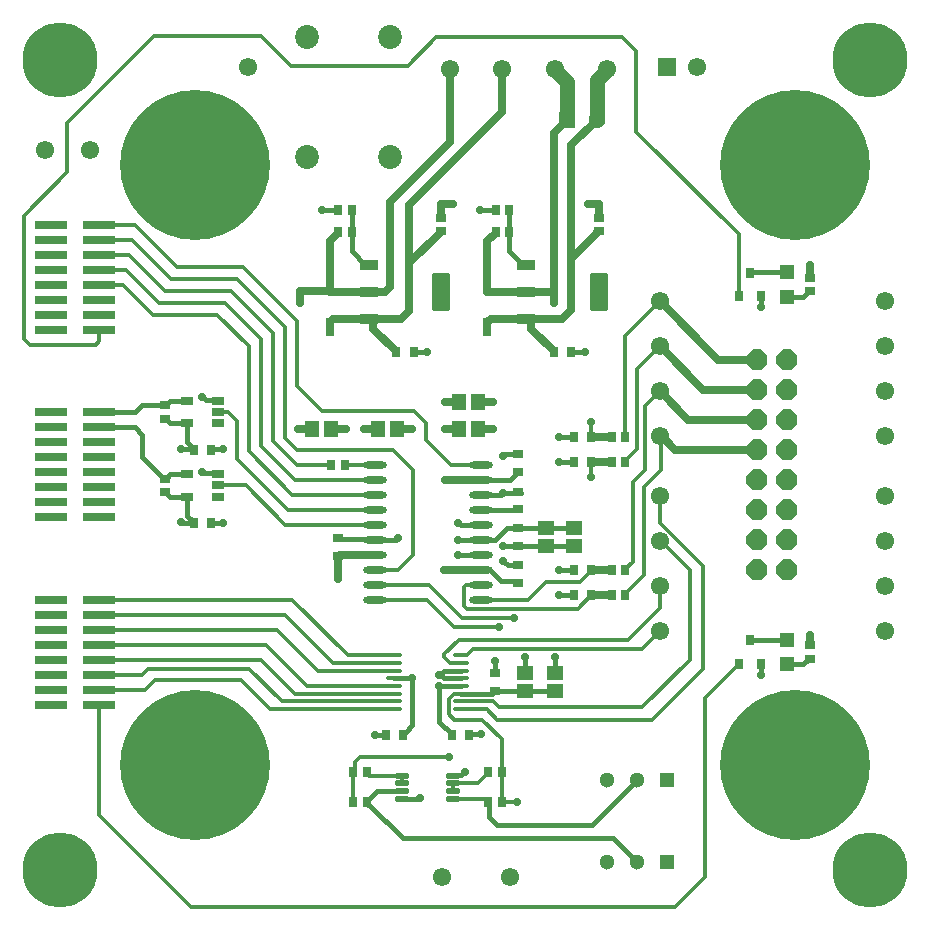
<source format=gtl>
G04*
G04 #@! TF.GenerationSoftware,Altium Limited,Altium Designer,21.6.1 (37)*
G04*
G04 Layer_Physical_Order=1*
G04 Layer_Color=255*
%FSLAX25Y25*%
%MOIN*%
G70*
G04*
G04 #@! TF.SameCoordinates,74F22BCE-0206-479F-BCF0-E4D5E1675BD9*
G04*
G04*
G04 #@! TF.FilePolarity,Positive*
G04*
G01*
G75*
%ADD13C,0.01200*%
%ADD16R,0.03347X0.02756*%
%ADD17O,0.07874X0.02362*%
%ADD18R,0.05118X0.05709*%
%ADD19R,0.10984X0.02913*%
%ADD20R,0.03150X0.03543*%
%ADD21R,0.02756X0.03347*%
%ADD22O,0.05512X0.01378*%
%ADD23R,0.03543X0.03150*%
%ADD24R,0.05709X0.05118*%
G04:AMPARAMS|DCode=25|XSize=124.02mil|YSize=57.09mil|CornerRadius=2mil|HoleSize=0mil|Usage=FLASHONLY|Rotation=90.000|XOffset=0mil|YOffset=0mil|HoleType=Round|Shape=RoundedRectangle|*
%AMROUNDEDRECTD25*
21,1,0.12402,0.05309,0,0,90.0*
21,1,0.12002,0.05709,0,0,90.0*
1,1,0.00400,0.02655,0.06001*
1,1,0.00400,0.02655,-0.06001*
1,1,0.00400,-0.02655,-0.06001*
1,1,0.00400,-0.02655,0.06001*
%
%ADD25ROUNDEDRECTD25*%
G04:AMPARAMS|DCode=26|XSize=35.43mil|YSize=57.09mil|CornerRadius=1.95mil|HoleSize=0mil|Usage=FLASHONLY|Rotation=90.000|XOffset=0mil|YOffset=0mil|HoleType=Round|Shape=RoundedRectangle|*
%AMROUNDEDRECTD26*
21,1,0.03543,0.05319,0,0,90.0*
21,1,0.03154,0.05709,0,0,90.0*
1,1,0.00390,0.02659,0.01577*
1,1,0.00390,0.02659,-0.01577*
1,1,0.00390,-0.02659,-0.01577*
1,1,0.00390,-0.02659,0.01577*
%
%ADD26ROUNDEDRECTD26*%
G04:AMPARAMS|DCode=27|XSize=61.32mil|YSize=29.23mil|CornerRadius=14.62mil|HoleSize=0mil|Usage=FLASHONLY|Rotation=90.000|XOffset=0mil|YOffset=0mil|HoleType=Round|Shape=RoundedRectangle|*
%AMROUNDEDRECTD27*
21,1,0.06132,0.00000,0,0,90.0*
21,1,0.03209,0.02923,0,0,90.0*
1,1,0.02923,0.00000,0.01604*
1,1,0.02923,0.00000,-0.01604*
1,1,0.02923,0.00000,-0.01604*
1,1,0.02923,0.00000,0.01604*
%
%ADD27ROUNDEDRECTD27*%
%ADD28R,0.02923X0.06132*%
%ADD29R,0.03150X0.03543*%
%ADD30R,0.04724X0.04724*%
G04:AMPARAMS|DCode=31|XSize=17.72mil|YSize=45.28mil|CornerRadius=1.95mil|HoleSize=0mil|Usage=FLASHONLY|Rotation=90.000|XOffset=0mil|YOffset=0mil|HoleType=Round|Shape=RoundedRectangle|*
%AMROUNDEDRECTD31*
21,1,0.01772,0.04138,0,0,90.0*
21,1,0.01382,0.04528,0,0,90.0*
1,1,0.00390,0.02069,0.00691*
1,1,0.00390,0.02069,-0.00691*
1,1,0.00390,-0.02069,-0.00691*
1,1,0.00390,-0.02069,0.00691*
%
%ADD31ROUNDEDRECTD31*%
G04:AMPARAMS|DCode=32|XSize=43.31mil|YSize=23.62mil|CornerRadius=2.01mil|HoleSize=0mil|Usage=FLASHONLY|Rotation=180.000|XOffset=0mil|YOffset=0mil|HoleType=Round|Shape=RoundedRectangle|*
%AMROUNDEDRECTD32*
21,1,0.04331,0.01961,0,0,180.0*
21,1,0.03929,0.02362,0,0,180.0*
1,1,0.00402,-0.01965,0.00980*
1,1,0.00402,0.01965,0.00980*
1,1,0.00402,0.01965,-0.00980*
1,1,0.00402,-0.01965,-0.00980*
%
%ADD32ROUNDEDRECTD32*%
%ADD50C,0.07956*%
%ADD53C,0.02500*%
%ADD54C,0.01600*%
%ADD55C,0.05000*%
%ADD56C,0.06102*%
%ADD57R,0.05512X0.05512*%
%ADD58C,0.05512*%
%ADD59R,0.06102X0.06102*%
%ADD60C,0.05118*%
%ADD61R,0.05118X0.05118*%
%ADD62C,0.50000*%
%ADD63C,0.25000*%
%ADD64P,0.07577X8X22.5*%
%ADD65C,0.02800*%
D13*
X262500Y137500D02*
X267500D01*
X262264D02*
X262500D01*
X262264Y137736D02*
Y158362D01*
Y137736D02*
X262500Y137500D01*
X320000Y102500D02*
X330000Y112500D01*
X128012Y133327D02*
X158839Y102500D01*
X320000D01*
X292098Y259102D02*
Y264102D01*
X292098Y245843D02*
Y250815D01*
X303457Y292957D02*
X315000Y304500D01*
X303457Y259102D02*
Y292957D01*
X307500Y282000D02*
X315000Y289500D01*
X307500Y255154D02*
Y282000D01*
X303457Y250815D02*
Y251110D01*
X307500Y255154D01*
X310067Y248256D02*
Y269567D01*
X315000Y274500D01*
X306000Y244189D02*
X310067Y248256D01*
X303457Y215126D02*
X306000Y217669D01*
X303457Y214831D02*
Y215126D01*
X306000Y217669D02*
Y244189D01*
X309794Y242628D02*
X315481Y248315D01*
Y259019D01*
X315000Y259500D02*
X315481Y259019D01*
X309794Y213234D02*
Y242628D01*
X303457Y206897D02*
X309794Y213234D01*
X303457Y206602D02*
Y206897D01*
X249035Y199000D02*
X266467D01*
X247957Y191500D02*
X304449D01*
X315000Y202051D02*
Y209500D01*
X304449Y191500D02*
X315000Y202051D01*
X287693Y202000D02*
X292098Y206405D01*
Y206602D01*
X250590Y202000D02*
X287693D01*
X249658Y209297D02*
X250361Y210000D01*
X249658Y202933D02*
X250590Y202000D01*
X250361Y210000D02*
X255484D01*
X249658Y202933D02*
Y209297D01*
X237268Y205000D02*
X246268Y196000D01*
X261232D01*
X238035Y210000D02*
X249035Y199000D01*
X288300Y210835D02*
X292098Y214634D01*
Y214831D01*
X276871Y210835D02*
X288300D01*
X271036Y205000D02*
X276871Y210835D01*
X255484Y205000D02*
X271036D01*
X103000Y333000D02*
X117500Y347500D01*
Y364000D02*
X146500Y393000D01*
X117500Y347500D02*
Y364000D01*
X103000Y292000D02*
Y333000D01*
Y292000D02*
X105000Y290000D01*
X127000D01*
X128012Y291012D01*
Y295000D01*
X176000Y316000D02*
X194000Y298000D01*
Y276268D02*
Y298000D01*
Y276268D02*
X202268Y268000D01*
X233000D01*
X237000Y264000D01*
Y258268D02*
Y264000D01*
Y258268D02*
X245268Y250000D01*
X191000Y235000D02*
X220051D01*
X174000Y252000D02*
Y264500D01*
Y252000D02*
X191000Y235000D01*
X174000Y312000D02*
X190000Y296000D01*
Y259000D02*
Y296000D01*
Y259000D02*
X194000Y255000D01*
X226000D01*
X186000Y258000D02*
Y294000D01*
X172000Y308000D02*
X186000Y294000D01*
Y258000D02*
X194000Y250000D01*
X182000Y256228D02*
X193228Y245000D01*
X170000Y304000D02*
X182000Y292000D01*
Y256228D02*
Y292000D01*
X167500Y300000D02*
X178000Y289500D01*
Y254500D02*
X192500Y240000D01*
X178000Y254500D02*
Y289500D01*
X171000Y267500D02*
X174000Y264500D01*
X167618Y267500D02*
X171000D01*
X226000Y255000D02*
X232768Y248232D01*
Y220000D02*
Y248232D01*
X215000Y152500D02*
X244568D01*
X194000Y250000D02*
X205504D01*
X193228Y245000D02*
X220051D01*
X192500Y240000D02*
X220051D01*
X167618Y243032D02*
X176969D01*
X190000Y230000D01*
X220051D01*
X341260Y306063D02*
Y326740D01*
X307000Y361000D02*
X341260Y326740D01*
X307000Y361000D02*
Y388000D01*
X302500Y392500D02*
X307000Y388000D01*
X240500Y392500D02*
X302500D01*
X231000Y383000D02*
X240500Y392500D01*
X192000Y383000D02*
X231000D01*
X182000Y393000D02*
X192000Y383000D01*
X146500Y393000D02*
X182000D01*
X128012Y133327D02*
Y170000D01*
X330000Y172106D02*
X341260Y183366D01*
Y183563D01*
X330000Y112500D02*
Y172106D01*
X309000Y188500D02*
X315000Y194500D01*
X312500Y165000D02*
X329503Y182003D01*
Y216009D01*
X309031Y169030D02*
X325000Y185000D01*
Y215000D01*
X246457Y165000D02*
X255626D01*
X262264Y158362D01*
X260806Y165000D02*
X312500D01*
X257263Y168543D02*
X260806Y165000D01*
X248524Y168543D02*
X257263D01*
X248524Y171102D02*
X259311D01*
X261383Y169030D02*
X309031D01*
X259311Y171102D02*
X261383Y169030D01*
X213473Y148237D02*
Y150973D01*
X212736Y147500D02*
X213473Y148237D01*
Y150973D02*
X215000Y152500D01*
X128012Y205000D02*
X192500D01*
X128012Y200000D02*
X190000D01*
X128012Y195000D02*
X187500D01*
X128012Y190000D02*
X183721D01*
X128012Y185000D02*
X182000D01*
X144322Y182000D02*
X178000D01*
X188898Y171102D01*
X146657Y178200D02*
X175300D01*
X184957Y168543D01*
X190000Y200000D02*
X206102Y183898D01*
X182000Y185000D02*
X193339Y173661D01*
X206102Y183898D02*
X226476D01*
X211043Y186457D02*
X226476D01*
X187500Y195000D02*
X201161Y181339D01*
X197500Y176221D02*
X226476D01*
X184957Y168543D02*
X226476D01*
X193339Y173661D02*
X226476D01*
X188898Y171102D02*
X226476D01*
X183721Y190000D02*
X197500Y176221D01*
X192500Y205000D02*
X211043Y186457D01*
X201161Y181339D02*
X226476D01*
X243132Y185681D02*
Y186675D01*
X250649Y186515D02*
X252634Y188500D01*
X243132Y186675D02*
X247957Y191500D01*
X248490Y183932D02*
X248524Y183898D01*
X243132Y185681D02*
X244881Y183932D01*
X248490D01*
X248582Y186515D02*
X250649D01*
X248524Y186457D02*
X248582Y186515D01*
X245739Y172991D02*
X246409Y173661D01*
X245674Y172991D02*
X245739D01*
X244568Y171885D02*
X245674Y172991D01*
X244568Y166889D02*
Y171885D01*
Y166889D02*
X246457Y165000D01*
X246409Y173661D02*
X248524D01*
X252634Y188500D02*
X309000D01*
X313673Y194500D02*
X315000D01*
X220051Y205000D02*
X237268D01*
X220051Y210000D02*
X238035D01*
X142322Y180000D02*
X144322Y182000D01*
X315000Y230512D02*
X329503Y216009D01*
X315000Y230512D02*
Y239500D01*
X315500Y224500D02*
X325000Y215000D01*
X315000Y224500D02*
X315500D01*
X245268Y250000D02*
X255484D01*
X227768Y215000D02*
X232768Y220000D01*
X210032Y250000D02*
X220051D01*
Y215000D02*
X227768D01*
X128012Y330000D02*
X140000D01*
X128012Y325000D02*
X139000D01*
X154000Y316000D02*
X176000D01*
X152000Y312000D02*
X174000D01*
X150000Y308000D02*
X172000D01*
X148000Y304000D02*
X170000D01*
X146000Y300000D02*
X167500D01*
X128012Y310000D02*
X136000D01*
X146000Y300000D01*
X138000Y320000D02*
X150000Y308000D01*
X137000Y315000D02*
X148000Y304000D01*
X128012Y320000D02*
X138000D01*
X128012Y315000D02*
X137000D01*
X140000Y330000D02*
X154000Y316000D01*
X139000Y325000D02*
X152000Y312000D01*
X128012Y180000D02*
X142322D01*
X143457Y175000D02*
X146657Y178200D01*
X128012Y175000D02*
X143457D01*
X256870Y138661D02*
X257736Y137795D01*
X245866Y138661D02*
X256870D01*
X245866Y143780D02*
X254311D01*
X257736Y147205D01*
Y147500D01*
X212736Y137500D02*
Y147500D01*
X218130Y146339D02*
X229134D01*
X217264Y147205D02*
X218130Y146339D01*
X217264Y147205D02*
Y147500D01*
X245866Y141220D02*
Y143780D01*
X229134D02*
Y146339D01*
D16*
X294606Y332264D02*
D03*
Y327736D02*
D03*
X365000Y185236D02*
D03*
Y189764D02*
D03*
Y307736D02*
D03*
Y312264D02*
D03*
X150000Y245295D02*
D03*
Y240768D02*
D03*
Y269764D02*
D03*
Y265236D02*
D03*
X242106Y332264D02*
D03*
Y327736D02*
D03*
D17*
X255484Y205000D02*
D03*
Y210000D02*
D03*
Y215000D02*
D03*
Y220000D02*
D03*
Y225000D02*
D03*
Y230000D02*
D03*
Y235000D02*
D03*
Y240000D02*
D03*
Y245000D02*
D03*
Y250000D02*
D03*
X220051Y205000D02*
D03*
Y210000D02*
D03*
Y215000D02*
D03*
Y220000D02*
D03*
Y225000D02*
D03*
Y230000D02*
D03*
Y235000D02*
D03*
Y240000D02*
D03*
Y245000D02*
D03*
Y250000D02*
D03*
D18*
X199118Y262000D02*
D03*
X205417D02*
D03*
X254417Y271000D02*
D03*
X248118D02*
D03*
X254417Y262000D02*
D03*
X248118D02*
D03*
X221118D02*
D03*
X227417D02*
D03*
D19*
X128012Y295000D02*
D03*
X111988D02*
D03*
X128012Y300000D02*
D03*
X111988D02*
D03*
X128012Y305000D02*
D03*
X111988D02*
D03*
X128012Y310000D02*
D03*
X111988D02*
D03*
X128012Y315000D02*
D03*
X111988D02*
D03*
X128012Y320000D02*
D03*
X111988D02*
D03*
X128012Y325000D02*
D03*
X111988D02*
D03*
X128012Y330000D02*
D03*
X111988D02*
D03*
X128012Y232500D02*
D03*
X111988D02*
D03*
X128012Y237500D02*
D03*
X111988D02*
D03*
X128012Y242500D02*
D03*
X111988D02*
D03*
X128012Y247500D02*
D03*
X111988D02*
D03*
X128012Y252500D02*
D03*
X111988D02*
D03*
X128012Y257500D02*
D03*
X111988D02*
D03*
X128012Y262500D02*
D03*
X111988D02*
D03*
X128012Y267500D02*
D03*
X111988D02*
D03*
X128012Y170000D02*
D03*
X111988D02*
D03*
X128012Y175000D02*
D03*
X111988D02*
D03*
X128012Y180000D02*
D03*
X111988D02*
D03*
X128012Y185000D02*
D03*
X111988D02*
D03*
X128012Y190000D02*
D03*
X111988D02*
D03*
X128012Y195000D02*
D03*
X111988D02*
D03*
X128012Y200000D02*
D03*
X111988D02*
D03*
X128012Y205000D02*
D03*
X111988D02*
D03*
D20*
X286193Y259102D02*
D03*
X292098D02*
D03*
X286193Y250815D02*
D03*
X292098D02*
D03*
X251476Y160000D02*
D03*
X245571D02*
D03*
X223524D02*
D03*
X229429D02*
D03*
X232953Y287500D02*
D03*
X227047D02*
D03*
X285453D02*
D03*
X279547D02*
D03*
X286193Y214831D02*
D03*
X292098D02*
D03*
X286193Y206602D02*
D03*
X292098D02*
D03*
X165453Y255000D02*
D03*
X159547D02*
D03*
X165453Y230532D02*
D03*
X159547D02*
D03*
D21*
X298929Y259102D02*
D03*
X303457D02*
D03*
X298929Y250815D02*
D03*
X303457D02*
D03*
X260236Y335000D02*
D03*
X264764D02*
D03*
Y327500D02*
D03*
X260236D02*
D03*
X205504Y250000D02*
D03*
X210032D02*
D03*
X298929Y206602D02*
D03*
X303457D02*
D03*
X298929Y214831D02*
D03*
X303457D02*
D03*
X212736Y137500D02*
D03*
X217264D02*
D03*
X212736Y147500D02*
D03*
X217264D02*
D03*
X262264Y137500D02*
D03*
X257736D02*
D03*
X262264Y147500D02*
D03*
X257736D02*
D03*
X207736Y335000D02*
D03*
X212264D02*
D03*
Y327500D02*
D03*
X207736D02*
D03*
D22*
X248524Y168543D02*
D03*
Y171102D02*
D03*
Y173661D02*
D03*
Y176221D02*
D03*
Y178779D02*
D03*
Y181339D02*
D03*
Y183898D02*
D03*
Y186457D02*
D03*
X226476Y168543D02*
D03*
Y171102D02*
D03*
Y173661D02*
D03*
Y176221D02*
D03*
Y178779D02*
D03*
Y181339D02*
D03*
Y183898D02*
D03*
Y186457D02*
D03*
D23*
X260000Y180453D02*
D03*
Y174547D02*
D03*
X207768Y225453D02*
D03*
Y219547D02*
D03*
X267768Y240953D02*
D03*
Y235047D02*
D03*
Y253453D02*
D03*
Y247547D02*
D03*
Y223000D02*
D03*
Y228906D02*
D03*
Y216406D02*
D03*
Y210500D02*
D03*
D24*
X280000Y180650D02*
D03*
Y174350D02*
D03*
X270000Y180650D02*
D03*
Y174350D02*
D03*
X286193Y222686D02*
D03*
Y228985D02*
D03*
X277186Y222686D02*
D03*
Y228985D02*
D03*
D25*
X294606Y307500D02*
D03*
X242106D02*
D03*
D26*
X270394Y298445D02*
D03*
Y307500D02*
D03*
Y316555D02*
D03*
X217894Y298445D02*
D03*
Y307500D02*
D03*
Y316555D02*
D03*
D27*
X257500Y309194D02*
D03*
X205000D02*
D03*
D28*
X257500Y295806D02*
D03*
X205000D02*
D03*
D29*
X345000Y191437D02*
D03*
X348740Y183563D02*
D03*
X341260D02*
D03*
X345000Y313937D02*
D03*
X348740Y306063D02*
D03*
X341260D02*
D03*
D30*
X357500Y183366D02*
D03*
Y191634D02*
D03*
Y305866D02*
D03*
Y314134D02*
D03*
D31*
X229134Y146339D02*
D03*
Y143780D02*
D03*
Y141220D02*
D03*
Y138661D02*
D03*
X245866Y146339D02*
D03*
Y143780D02*
D03*
Y141220D02*
D03*
Y138661D02*
D03*
D32*
X157382Y263760D02*
D03*
Y271240D02*
D03*
X167618D02*
D03*
Y267500D02*
D03*
Y263760D02*
D03*
X157382Y239291D02*
D03*
Y246772D02*
D03*
X167618D02*
D03*
Y243032D02*
D03*
Y239291D02*
D03*
D50*
X197500Y352500D02*
D03*
Y392500D02*
D03*
X225000D02*
D03*
Y352500D02*
D03*
D53*
X243000Y215000D02*
X247768D01*
X255484D01*
X243268Y245000D02*
X247768D01*
X207768Y212000D02*
Y215835D01*
X291000Y337000D02*
X294606D01*
X242106D02*
X246000D01*
X195000Y304000D02*
Y307704D01*
X279547Y304000D02*
Y307500D01*
X205417Y262000D02*
X210268D01*
X194268D02*
X199118D01*
X292098Y259102D02*
X298929D01*
X292098Y250815D02*
X298929D01*
X231378Y336378D02*
X262500Y367500D01*
Y381949D01*
X231378Y317008D02*
Y336378D01*
X245000Y357500D02*
Y381949D01*
X225000Y309194D02*
Y337500D01*
X245000Y357500D01*
X285453Y318583D02*
Y356453D01*
X294000Y365000D01*
X279547Y307500D02*
Y360547D01*
X284000Y365000D01*
X270394Y307500D02*
X279547D01*
X271998Y295246D02*
X279547Y287697D01*
X270394Y298445D02*
X271476D01*
X282399D02*
X285453Y301499D01*
X271476Y298445D02*
X282399D01*
X271998Y295246D02*
Y297923D01*
X258535Y298445D02*
X270394D01*
X195057Y307762D02*
X204943D01*
X205000Y307704D01*
X195000D02*
X195057Y307762D01*
X217894Y307500D02*
X223306D01*
X225000Y309194D01*
X257500Y297410D02*
X258535Y298445D01*
X218976D02*
X228524D01*
X217894D02*
X218976D01*
X241683Y327608D02*
X241811Y327736D01*
X231378Y317008D02*
X241683Y327313D01*
X241811Y327736D02*
X242106D01*
X241683Y327313D02*
Y327608D01*
X231378Y301299D02*
Y317008D01*
X228524Y298445D02*
X231378Y301299D01*
X294183Y327608D02*
X294311Y327736D01*
X285453Y318583D02*
X294183Y327313D01*
X294311Y327736D02*
X294606D01*
X294183Y327313D02*
Y327608D01*
X285453Y301499D02*
Y318583D01*
X294606Y332264D02*
Y337000D01*
X242106Y332264D02*
Y337000D01*
X247768Y245000D02*
X255484D01*
X207768Y215835D02*
Y219547D01*
X365000Y312264D02*
Y316496D01*
Y189764D02*
Y193209D01*
X254417Y262000D02*
X259268D01*
X243268D02*
X248118D01*
X227417D02*
X232268D01*
X216268D02*
X221118D01*
X254417Y271000D02*
X259268D01*
X243268D02*
X248118D01*
X271476Y298445D02*
X271998Y297923D01*
X279547Y287500D02*
Y287697D01*
X219498Y295246D02*
Y297923D01*
X227047Y287500D02*
Y287697D01*
X219498Y295246D02*
X227047Y287697D01*
X218976Y298445D02*
X219498Y297923D01*
X257500Y324468D02*
X260236Y327205D01*
X257500Y309194D02*
Y324468D01*
X260236Y327205D02*
Y327500D01*
X257500Y295806D02*
Y297410D01*
Y307704D02*
X257704Y307500D01*
X270394D01*
X257500Y307704D02*
Y309194D01*
X292098Y206602D02*
X298929D01*
X292098Y214831D02*
X298929D01*
X207965Y219547D02*
X208417Y220000D01*
X207768Y219547D02*
X207965D01*
X208417Y220000D02*
X220051D01*
X205000Y324468D02*
X207736Y327205D01*
Y327500D01*
X205000Y309194D02*
Y324468D01*
X315000Y304500D02*
X334500Y285000D01*
X347500D01*
X329500Y275000D02*
X347500D01*
X315000Y289500D02*
X329500Y275000D01*
X324500Y265000D02*
X347500D01*
X315000Y274500D02*
X324500Y265000D01*
X315618Y259500D02*
X320118Y255000D01*
X347500D01*
X315000Y259500D02*
X315618D01*
X205000Y297410D02*
X206035Y298445D01*
X205000Y295806D02*
Y297410D01*
X206035Y298445D02*
X217894D01*
X205000Y307704D02*
X205205Y307500D01*
X205000Y307704D02*
Y309194D01*
X205205Y307500D02*
X217894D01*
D54*
X247768Y220000D02*
X255484D01*
X281193Y250815D02*
X286193D01*
X281193Y259102D02*
X286193D01*
X264764Y321102D02*
X269311Y316555D01*
X264764Y321102D02*
Y327500D01*
X269311Y316555D02*
X270394D01*
X264764Y327500D02*
Y335000D01*
X212264Y321102D02*
X216811Y316555D01*
X212264Y321102D02*
Y327500D01*
X216811Y316555D02*
X217894D01*
X212264Y327500D02*
Y335000D01*
X229134Y138661D02*
X234337D01*
X234675Y139000D02*
X235000D01*
X234337Y138661D02*
X234675Y139000D01*
X247768Y225000D02*
X255484D01*
X241500Y180000D02*
X241825D01*
X243163Y181339D01*
X248524D01*
X270000Y180650D02*
Y185768D01*
X260000Y180453D02*
Y184385D01*
X220000Y160000D02*
X223524D01*
X245571D02*
Y160197D01*
X229429Y160000D02*
Y160197D01*
X241500Y164268D02*
Y176221D01*
Y164268D02*
X245571Y160197D01*
X230204Y160972D02*
X230401D01*
X232500Y163071D01*
X229429Y160197D02*
X230204Y160972D01*
X232500Y163071D02*
Y178779D01*
X243045D02*
X248524D01*
X241825Y180000D02*
X243045Y178779D01*
X241500Y176221D02*
X248524D01*
X226476Y178779D02*
X232500D01*
X270000Y174350D02*
X280000D01*
Y180650D02*
Y185768D01*
X260000Y174547D02*
X269803D01*
X270000Y174350D01*
X259803Y174547D02*
X260000D01*
X248524Y173661D02*
X258917D01*
X259803Y174547D01*
X255300Y160022D02*
X255322Y160044D01*
X251498Y160022D02*
X255300D01*
X251476Y160000D02*
X251498Y160022D01*
X155315Y230630D02*
X159449D01*
X159547Y230532D01*
X155217Y230728D02*
X155315Y230630D01*
X155315Y255098D02*
X159449D01*
X159547Y255000D01*
X155217Y255197D02*
X155315Y255098D01*
X232953Y287500D02*
X237500D01*
X285453D02*
X290000D01*
X255000Y335000D02*
X260236D01*
X281193Y214831D02*
X286193D01*
X267768Y223000D02*
X276871D01*
X277186Y222686D01*
X277186Y222686D01*
X286193D01*
X286193Y228985D02*
X286193Y228985D01*
X277186Y228985D02*
X286193D01*
X277106Y228906D02*
X277186Y228985D01*
X267768Y228906D02*
X277106D01*
X255484Y225000D02*
X260119D01*
X264025Y228906D02*
X267571D01*
X260119Y225000D02*
X264025Y228906D01*
X262768Y223000D02*
X267768D01*
X262721Y222953D02*
X262768Y223000D01*
X281193Y206602D02*
X286193D01*
X245866Y146339D02*
X245952Y146424D01*
X248600D02*
X249675Y147500D01*
X245952Y146424D02*
X248600D01*
X249675Y147500D02*
X250000D01*
X217264Y137205D02*
X217842Y136627D01*
X218137D02*
X229235Y125529D01*
X217264Y137205D02*
Y137500D01*
X217842Y136627D02*
X218137D01*
X229235Y125529D02*
X299471D01*
X307500Y117500D01*
X257736Y137795D02*
X258130Y137402D01*
Y132500D02*
Y137402D01*
Y132500D02*
X260630Y130000D01*
X292500D02*
X307500Y145000D01*
X260630Y130000D02*
X292500D01*
X348740Y180000D02*
Y183563D01*
Y302500D02*
Y306063D01*
X362835Y183366D02*
X364705Y185236D01*
X357500Y183366D02*
X362835D01*
X364705Y185236D02*
X365000D01*
X345098Y191535D02*
X357402D01*
X345000Y191437D02*
X345098Y191535D01*
X357402D02*
X357500Y191634D01*
X362835Y305866D02*
X364705Y307736D01*
X357500Y305866D02*
X362835D01*
X364705Y307736D02*
X365000D01*
X345098Y314035D02*
X357402D01*
X357500Y314134D01*
X345000Y313937D02*
X345098Y314035D01*
X248592Y230000D02*
X255484D01*
X247768Y230500D02*
X248092D01*
X227443Y225500D02*
X227768D01*
X226943Y225000D02*
X227443Y225500D01*
X265024Y245000D02*
X267571Y247547D01*
X267768D01*
X255485Y235001D02*
X267720D01*
X267767Y235048D01*
X255484Y245000D02*
X265024D01*
X255484Y240000D02*
X261943D01*
X262443Y240500D02*
X268836D01*
X261943Y240000D02*
X262443Y240500D01*
X261965Y211275D02*
X266993D01*
X267768Y210500D01*
X264362Y216406D02*
X267768D01*
X262768Y218000D02*
X264362Y216406D01*
X258240Y215000D02*
X261965Y211275D01*
X255484Y215000D02*
X258240D01*
X248092Y230500D02*
X248592Y230000D01*
X208075Y225146D02*
X219905D01*
X207768Y225453D02*
X208075Y225146D01*
X220051Y225000D02*
X226943D01*
X219905Y225146D02*
X220051Y225000D01*
X262768Y253000D02*
Y253453D01*
X267768D01*
X165473Y255020D02*
X169360D01*
X165453Y255000D02*
X165473Y255020D01*
X169360D02*
X169380Y255041D01*
X165453Y230532D02*
X169401D01*
X163704Y271621D02*
X167237D01*
X162825Y272500D02*
X163704Y271621D01*
X167237D02*
X167618Y271240D01*
X162500Y272500D02*
X162825D01*
Y247500D02*
X163172Y247153D01*
X167237D02*
X167618Y246772D01*
X163172Y247153D02*
X167237D01*
X162500Y247500D02*
X162825D01*
X142500Y252500D02*
X149705Y245295D01*
X150000D01*
X142500Y252500D02*
Y260000D01*
X140000Y262500D02*
X142500Y260000D01*
X128012Y262500D02*
X140000D01*
X150000Y269764D02*
X150295D01*
X142264D02*
X150000D01*
X140000Y267500D02*
X142264Y269764D01*
X128012Y267500D02*
X140000D01*
X220689Y141220D02*
X229134D01*
X217264Y137795D02*
X220689Y141220D01*
X217264Y137500D02*
Y137795D01*
X202500Y335000D02*
X207736D01*
X157382Y257362D02*
Y263760D01*
X159547Y255000D02*
Y255197D01*
X157382Y257362D02*
X159547Y255197D01*
X150295Y240768D02*
X151772Y239291D01*
X150295Y245295D02*
X151772Y246772D01*
X150000Y240768D02*
X150295D01*
X151772Y246772D02*
X157382D01*
X150000Y245295D02*
X150295D01*
X157382Y232894D02*
Y239291D01*
X151772D02*
X157382D01*
Y232894D02*
X159547Y230728D01*
Y230532D02*
Y230728D01*
X150000Y265236D02*
X150295D01*
Y269764D02*
X151772Y271240D01*
Y263760D02*
X157382D01*
X150295Y265236D02*
X151772Y263760D01*
Y271240D02*
X157382D01*
D55*
X294000Y378151D02*
X297500Y381650D01*
X294000Y365000D02*
Y378151D01*
X297500Y381650D02*
Y381949D01*
X280000Y381650D02*
X284000Y377650D01*
Y365000D02*
Y377650D01*
X280000Y381650D02*
Y381949D01*
D56*
X265000Y112500D02*
D03*
X242500D02*
D03*
X125000Y355000D02*
D03*
X110000D02*
D03*
X280000Y381949D02*
D03*
X262500D02*
D03*
X245000D02*
D03*
X327500Y382500D02*
D03*
X297500Y381949D02*
D03*
X177678Y382500D02*
D03*
X315000Y259500D02*
D03*
Y274500D02*
D03*
Y289500D02*
D03*
Y304500D02*
D03*
X390000D02*
D03*
Y289500D02*
D03*
Y274500D02*
D03*
Y259500D02*
D03*
Y194500D02*
D03*
Y209500D02*
D03*
Y224500D02*
D03*
Y239500D02*
D03*
X315000Y194500D02*
D03*
Y209500D02*
D03*
Y224500D02*
D03*
Y239500D02*
D03*
D57*
X284000Y365000D02*
D03*
D58*
X294000D02*
D03*
D59*
X317500Y382500D02*
D03*
D60*
X297500Y117500D02*
D03*
X307500D02*
D03*
X297500Y145000D02*
D03*
X307500D02*
D03*
D61*
X317500Y117500D02*
D03*
Y145000D02*
D03*
D62*
X160000Y350000D02*
D03*
X360000D02*
D03*
Y150000D02*
D03*
X160000D02*
D03*
D63*
X385000Y115000D02*
D03*
X115000Y385000D02*
D03*
X385000D02*
D03*
X115000Y115000D02*
D03*
D64*
X347500Y285000D02*
D03*
X357500D02*
D03*
X347500Y275000D02*
D03*
X357500D02*
D03*
X347500Y265000D02*
D03*
X357500D02*
D03*
X347500Y255000D02*
D03*
X357500D02*
D03*
X347500Y245000D02*
D03*
X357500D02*
D03*
Y235000D02*
D03*
X347500D02*
D03*
X357500Y225000D02*
D03*
X347500D02*
D03*
X357500Y215000D02*
D03*
X347500D02*
D03*
D65*
X267500Y137500D02*
D03*
X247768Y220000D02*
D03*
Y215000D02*
D03*
X243000D02*
D03*
X243268Y245000D02*
D03*
X207768Y212000D02*
D03*
X291000Y337000D02*
D03*
X246000D02*
D03*
X279547Y304000D02*
D03*
X195000D02*
D03*
X194268Y262000D02*
D03*
X210268D02*
D03*
X292098Y245843D02*
D03*
X292098Y264102D02*
D03*
X261232Y196000D02*
D03*
X266467Y199000D02*
D03*
X281193Y250815D02*
D03*
X281193Y259102D02*
D03*
X279547Y307500D02*
D03*
X195000Y307704D02*
D03*
X294606Y337000D02*
D03*
X242106D02*
D03*
X235000Y139000D02*
D03*
X247768Y225000D02*
D03*
X244568Y152500D02*
D03*
X247768Y245000D02*
D03*
X207768Y215835D02*
D03*
X128012Y257500D02*
D03*
Y252500D02*
D03*
Y247500D02*
D03*
Y242500D02*
D03*
Y237500D02*
D03*
Y232500D02*
D03*
X260000Y184385D02*
D03*
X270000Y185768D02*
D03*
X280000D02*
D03*
X241500Y176221D02*
D03*
X220000Y160000D02*
D03*
X232500Y178779D02*
D03*
X255322Y160044D02*
D03*
X241500Y180000D02*
D03*
X365000Y316496D02*
D03*
Y193209D02*
D03*
X259268Y271000D02*
D03*
X243268D02*
D03*
X259268Y262000D02*
D03*
X216268D02*
D03*
X243268D02*
D03*
X232268D02*
D03*
X155217Y255197D02*
D03*
Y230728D02*
D03*
X290000Y287500D02*
D03*
X237500D02*
D03*
X255000Y335000D02*
D03*
X281193Y214831D02*
D03*
X262768Y223000D02*
D03*
X281193Y206602D02*
D03*
X250000Y147500D02*
D03*
X348740Y180000D02*
D03*
Y302500D02*
D03*
X227768Y225500D02*
D03*
X262768Y253000D02*
D03*
Y218000D02*
D03*
X247768Y230500D02*
D03*
X262768Y240500D02*
D03*
X169380Y255041D02*
D03*
X169401Y230532D02*
D03*
X162500Y247500D02*
D03*
Y272500D02*
D03*
X202500Y335000D02*
D03*
X111988Y170000D02*
D03*
Y175000D02*
D03*
Y180000D02*
D03*
Y185000D02*
D03*
Y190000D02*
D03*
Y195000D02*
D03*
Y200000D02*
D03*
Y205000D02*
D03*
Y232500D02*
D03*
Y237500D02*
D03*
Y242500D02*
D03*
Y247500D02*
D03*
Y252500D02*
D03*
Y257500D02*
D03*
Y262500D02*
D03*
Y267500D02*
D03*
Y295000D02*
D03*
Y300000D02*
D03*
Y305000D02*
D03*
Y310000D02*
D03*
Y315000D02*
D03*
Y320000D02*
D03*
Y325000D02*
D03*
Y330000D02*
D03*
M02*

</source>
